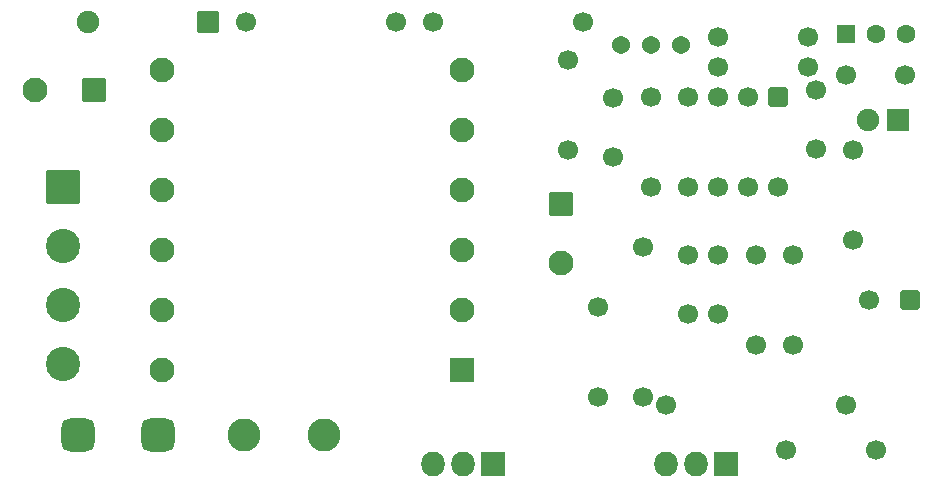
<source format=gbr>
%TF.GenerationSoftware,KiCad,Pcbnew,9.0.6+1*%
%TF.CreationDate,Date%
%TF.ProjectId,StepUp_module_12to450V,53746570-5570-45f6-9d6f-64756c655f31,+ (Unreleased)*%
%TF.SameCoordinates,Original*%
%TF.FileFunction,Soldermask,Top*%
%TF.FilePolarity,Negative*%
%FSLAX46Y46*%
G04 Gerber Fmt 4.6, Leading zero omitted, Abs format (unit mm)*
G04 Created by KiCad*
%MOMM*%
%LPD*%
G01*
G04 APERTURE LIST*
G04 Aperture macros list*
%AMRoundRect*
0 Rectangle with rounded corners*
0 $1 Rounding radius*
0 $2 $3 $4 $5 $6 $7 $8 $9 X,Y pos of 4 corners*
0 Add a 4 corners polygon primitive as box body*
4,1,4,$2,$3,$4,$5,$6,$7,$8,$9,$2,$3,0*
0 Add four circle primitives for the rounded corners*
1,1,$1+$1,$2,$3*
1,1,$1+$1,$4,$5*
1,1,$1+$1,$6,$7*
1,1,$1+$1,$8,$9*
0 Add four rect primitives between the rounded corners*
20,1,$1+$1,$2,$3,$4,$5,0*
20,1,$1+$1,$4,$5,$6,$7,0*
20,1,$1+$1,$6,$7,$8,$9,0*
20,1,$1+$1,$8,$9,$2,$3,0*%
G04 Aperture macros list end*
%ADD10C,1.700000*%
%ADD11RoundRect,0.050000X0.900000X0.900000X-0.900000X0.900000X-0.900000X-0.900000X0.900000X-0.900000X0*%
%ADD12C,1.900000*%
%ADD13RoundRect,0.258929X-1.191071X1.191071X-1.191071X-1.191071X1.191071X-1.191071X1.191071X1.191071X0*%
%ADD14C,2.900000*%
%ADD15RoundRect,0.262500X0.787500X0.787500X-0.787500X0.787500X-0.787500X-0.787500X0.787500X-0.787500X0*%
%ADD16C,2.100000*%
%ADD17RoundRect,0.050000X1.000000X-1.000000X1.000000X1.000000X-1.000000X1.000000X-1.000000X-1.000000X0*%
%ADD18RoundRect,0.050000X0.952500X1.000000X-0.952500X1.000000X-0.952500X-1.000000X0.952500X-1.000000X0*%
%ADD19O,2.005000X2.100000*%
%ADD20RoundRect,0.050000X-0.750000X-0.750000X0.750000X-0.750000X0.750000X0.750000X-0.750000X0.750000X0*%
%ADD21C,1.600000*%
%ADD22RoundRect,0.265625X0.584375X0.584375X-0.584375X0.584375X-0.584375X-0.584375X0.584375X-0.584375X0*%
%ADD23RoundRect,0.700000X-0.700000X-0.700000X0.700000X-0.700000X0.700000X0.700000X-0.700000X0.700000X0*%
%ADD24C,2.800000*%
%ADD25C,1.540000*%
%ADD26RoundRect,0.265625X-0.584375X0.584375X-0.584375X-0.584375X0.584375X-0.584375X0.584375X0.584375X0*%
%ADD27RoundRect,0.263889X0.686111X0.686111X-0.686111X0.686111X-0.686111X-0.686111X0.686111X-0.686111X0*%
%ADD28RoundRect,0.262500X-0.787500X0.787500X-0.787500X-0.787500X0.787500X-0.787500X0.787500X0.787500X0*%
G04 APERTURE END LIST*
D10*
%TO.C,C4*%
X155321000Y-107355000D03*
X155321000Y-112355000D03*
%TD*%
%TO.C,R11*%
X146431000Y-87630000D03*
X133731000Y-87630000D03*
%TD*%
%TO.C,C1*%
X168656000Y-92075000D03*
X173656000Y-92075000D03*
%TD*%
D11*
%TO.C,D1*%
X173101000Y-95885000D03*
D12*
X170561000Y-95885000D03*
%TD*%
D10*
%TO.C,R10*%
X130556000Y-87630000D03*
X117856000Y-87630000D03*
%TD*%
D13*
%TO.C,J1*%
X102362000Y-101586000D03*
D14*
X102362000Y-106586000D03*
X102362000Y-111586000D03*
X102362000Y-116586000D03*
%TD*%
D10*
%TO.C,R4*%
X145161000Y-90805000D03*
X145161000Y-98425000D03*
%TD*%
%TO.C,R5*%
X152146000Y-93980000D03*
X152146000Y-101600000D03*
%TD*%
%TO.C,C5*%
X157861000Y-107315000D03*
X157861000Y-112315000D03*
%TD*%
D15*
%TO.C,C8*%
X104983677Y-93345000D03*
D16*
X99983677Y-93345000D03*
%TD*%
D17*
%TO.C,TR2*%
X136144000Y-117094000D03*
D16*
X136144000Y-112014000D03*
X136144000Y-106934000D03*
X136144000Y-101854000D03*
X136144000Y-96774000D03*
X136144000Y-91694000D03*
X110744000Y-91694000D03*
X110744000Y-96774000D03*
X110744000Y-101854000D03*
X110744000Y-106934000D03*
X110744000Y-112014000D03*
X110744000Y-117094000D03*
%TD*%
D18*
%TO.C,Q4*%
X158496000Y-125035000D03*
D19*
X155956000Y-125035000D03*
X153416000Y-125035000D03*
%TD*%
D10*
%TO.C,R9*%
X153416000Y-120015000D03*
X168656000Y-120015000D03*
%TD*%
%TO.C,C3*%
X148971000Y-94020000D03*
X148971000Y-99020000D03*
%TD*%
%TO.C,C2*%
X166116000Y-93385000D03*
X166116000Y-98385000D03*
%TD*%
D20*
%TO.C,Q3*%
X168656000Y-88625000D03*
D21*
X171196000Y-88625000D03*
X173736000Y-88625000D03*
%TD*%
D10*
%TO.C,R3*%
X165481000Y-91440000D03*
X157861000Y-91440000D03*
%TD*%
D22*
%TO.C,C6*%
X174118651Y-111125000D03*
D10*
X170618651Y-111125000D03*
%TD*%
%TO.C,R8*%
X164211000Y-107315000D03*
X164211000Y-114935000D03*
%TD*%
%TO.C,R6*%
X151511000Y-106680000D03*
X151511000Y-119380000D03*
%TD*%
%TO.C,R13*%
X147701000Y-119380000D03*
X147701000Y-111760000D03*
%TD*%
%TO.C,R2*%
X157861000Y-88900000D03*
X165481000Y-88900000D03*
%TD*%
D23*
%TO.C,F1*%
X103646000Y-122555000D03*
X110406000Y-122555000D03*
D24*
X117686000Y-122555000D03*
X124446000Y-122555000D03*
%TD*%
D10*
%TO.C,R12*%
X169291000Y-98425000D03*
X169291000Y-106045000D03*
%TD*%
D25*
%TO.C,RV1*%
X149606000Y-89540000D03*
X152146000Y-89540000D03*
X154686000Y-89540000D03*
%TD*%
D18*
%TO.C,Q2*%
X138811000Y-125035000D03*
D19*
X136271000Y-125035000D03*
X133731000Y-125035000D03*
%TD*%
D26*
%TO.C,U1*%
X162941000Y-93985000D03*
D10*
X160401000Y-93985000D03*
X157861000Y-93985000D03*
X155321000Y-93985000D03*
X155321000Y-101605000D03*
X157861000Y-101605000D03*
X160401000Y-101605000D03*
X162941000Y-101605000D03*
%TD*%
%TO.C,R7*%
X161036000Y-114935000D03*
X161036000Y-107315000D03*
%TD*%
D27*
%TO.C,D2*%
X114681000Y-87630000D03*
D12*
X104521000Y-87630000D03*
%TD*%
D10*
%TO.C,R14*%
X163576000Y-123825000D03*
X171196000Y-123825000D03*
%TD*%
D28*
%TO.C,C7*%
X144526000Y-103042323D03*
D16*
X144526000Y-108042323D03*
%TD*%
M02*

</source>
